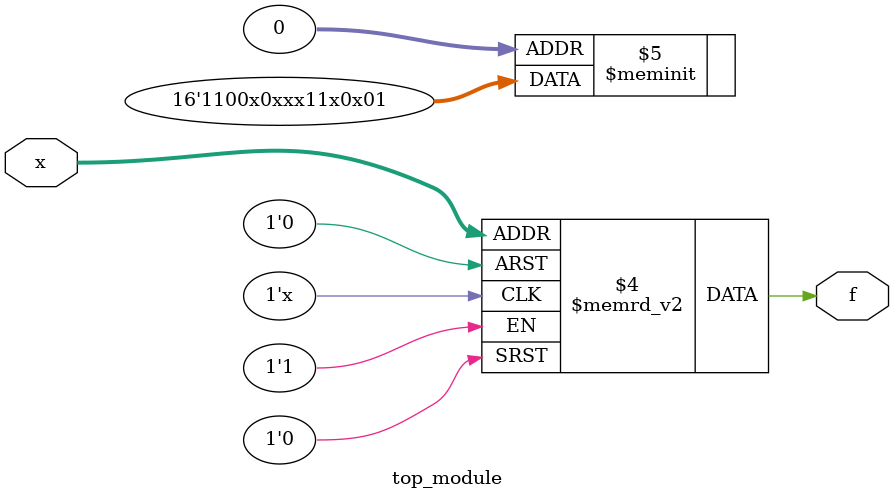
<source format=sv>
module top_module (
    input [4:1] x,
    output logic f
);

    always_comb begin
        case (x)
            4'b0000: f = 1'b1;
            4'b0001: f = 1'b0;
            4'b0010: f = 1'bx;
            4'b0011: f = 1'b0;
            4'b0100: f = 1'bx;
            4'b0101: f = 1'b1;
            4'b0110: f = 1'b1;
            4'b0111: f = 1'bx;
            4'b1000: f = 1'bx;
            4'b1001: f = 1'bx;
            4'b1010: f = 1'b0;
            4'b1011: f = 1'bx;
            4'b1100: f = 1'b0;
            4'b1101: f = 1'b0;
            4'b1110: f = 1'b1;
            4'b1111: f = 1'b1;
            default: f = 1'bx;
        endcase
    end

endmodule

</source>
